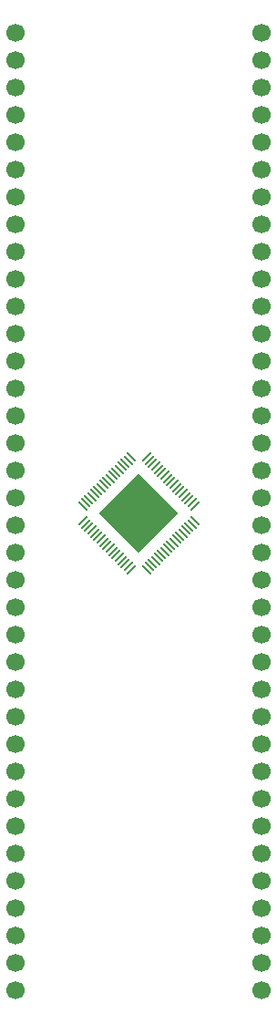
<source format=gbr>
G04 #@! TF.GenerationSoftware,KiCad,Pcbnew,9.0.6*
G04 #@! TF.CreationDate,2025-12-31T12:05:19-06:00*
G04 #@! TF.ProjectId,QFN-68_8x8,51464e2d-3638-45f3-9878-382e6b696361,rev?*
G04 #@! TF.SameCoordinates,Original*
G04 #@! TF.FileFunction,Soldermask,Top*
G04 #@! TF.FilePolarity,Negative*
%FSLAX46Y46*%
G04 Gerber Fmt 4.6, Leading zero omitted, Abs format (unit mm)*
G04 Created by KiCad (PCBNEW 9.0.6) date 2025-12-31 12:05:19*
%MOMM*%
%LPD*%
G01*
G04 APERTURE LIST*
G04 Aperture macros list*
%AMRoundRect*
0 Rectangle with rounded corners*
0 $1 Rounding radius*
0 $2 $3 $4 $5 $6 $7 $8 $9 X,Y pos of 4 corners*
0 Add a 4 corners polygon primitive as box body*
4,1,4,$2,$3,$4,$5,$6,$7,$8,$9,$2,$3,0*
0 Add four circle primitives for the rounded corners*
1,1,$1+$1,$2,$3*
1,1,$1+$1,$4,$5*
1,1,$1+$1,$6,$7*
1,1,$1+$1,$8,$9*
0 Add four rect primitives between the rounded corners*
20,1,$1+$1,$2,$3,$4,$5,0*
20,1,$1+$1,$4,$5,$6,$7,0*
20,1,$1+$1,$6,$7,$8,$9,0*
20,1,$1+$1,$8,$9,$2,$3,0*%
%AMRotRect*
0 Rectangle, with rotation*
0 The origin of the aperture is its center*
0 $1 length*
0 $2 width*
0 $3 Rotation angle, in degrees counterclockwise*
0 Add horizontal line*
21,1,$1,$2,0,0,$3*%
G04 Aperture macros list end*
%ADD10RotRect,5.200000X5.200000X315.000000*%
%ADD11RoundRect,0.050000X-0.437522X-0.366812X-0.366812X-0.437522X0.437522X0.366812X0.366812X0.437522X0*%
%ADD12RoundRect,0.050000X-0.437522X0.366812X0.366812X-0.437522X0.437522X-0.366812X-0.366812X0.437522X0*%
%ADD13C,1.700000*%
G04 APERTURE END LIST*
D10*
X138430000Y-120804679D03*
D11*
X139131096Y-115578099D03*
X139413939Y-115860942D03*
X139696782Y-116143785D03*
X139979624Y-116426627D03*
X140262467Y-116709470D03*
X140545310Y-116992313D03*
X140828153Y-117275156D03*
X141110995Y-117557998D03*
X141393838Y-117840841D03*
X141676681Y-118123684D03*
X141959523Y-118406526D03*
X142242366Y-118689369D03*
X142525209Y-118972212D03*
X142808052Y-119255055D03*
X143090894Y-119537897D03*
X143373737Y-119820740D03*
X143656580Y-120103583D03*
D12*
X143656580Y-121505775D03*
X143373737Y-121788618D03*
X143090894Y-122071461D03*
X142808052Y-122354303D03*
X142525209Y-122637146D03*
X142242366Y-122919989D03*
X141959523Y-123202832D03*
X141676681Y-123485674D03*
X141393838Y-123768517D03*
X141110995Y-124051360D03*
X140828153Y-124334202D03*
X140545310Y-124617045D03*
X140262467Y-124899888D03*
X139979624Y-125182731D03*
X139696782Y-125465573D03*
X139413939Y-125748416D03*
X139131096Y-126031259D03*
D11*
X137728904Y-126031259D03*
X137446061Y-125748416D03*
X137163218Y-125465573D03*
X136880376Y-125182731D03*
X136597533Y-124899888D03*
X136314690Y-124617045D03*
X136031847Y-124334202D03*
X135749005Y-124051360D03*
X135466162Y-123768517D03*
X135183319Y-123485674D03*
X134900477Y-123202832D03*
X134617634Y-122919989D03*
X134334791Y-122637146D03*
X134051948Y-122354303D03*
X133769106Y-122071461D03*
X133486263Y-121788618D03*
X133203420Y-121505775D03*
D12*
X133203420Y-120103583D03*
X133486263Y-119820740D03*
X133769106Y-119537897D03*
X134051948Y-119255055D03*
X134334791Y-118972212D03*
X134617634Y-118689369D03*
X134900477Y-118406526D03*
X135183319Y-118123684D03*
X135466162Y-117840841D03*
X135749005Y-117557998D03*
X136031847Y-117275156D03*
X136314690Y-116992313D03*
X136597533Y-116709470D03*
X136880376Y-116426627D03*
X137163218Y-116143785D03*
X137446061Y-115860942D03*
X137728904Y-115578099D03*
D13*
X149860000Y-76200000D03*
X149860000Y-78740000D03*
X149860000Y-81280000D03*
X149860000Y-83820000D03*
X149860000Y-86360000D03*
X149860000Y-88900000D03*
X149860000Y-91440000D03*
X149860000Y-93980000D03*
X149860000Y-96520000D03*
X149860000Y-99060000D03*
X149860000Y-101600000D03*
X149860000Y-104140000D03*
X149860000Y-106680000D03*
X149860000Y-109220000D03*
X149860000Y-111760000D03*
X149860000Y-114300000D03*
X149860000Y-116840000D03*
X149860000Y-119380000D03*
X149860000Y-121920000D03*
X149860000Y-124460000D03*
X149860000Y-127000000D03*
X149860000Y-129540000D03*
X149860000Y-132080000D03*
X149860000Y-134620000D03*
X149860000Y-137160000D03*
X149860000Y-139700000D03*
X149860000Y-142240000D03*
X149860000Y-144780000D03*
X149860000Y-147320000D03*
X149860000Y-149860000D03*
X149860000Y-152400000D03*
X149860000Y-154940000D03*
X149860000Y-157480000D03*
X149860000Y-160020000D03*
X149860000Y-162560000D03*
X149860000Y-165100000D03*
X127000000Y-76200000D03*
X127000000Y-78740000D03*
X127000000Y-81280000D03*
X127000000Y-83820000D03*
X127000000Y-86360000D03*
X127000000Y-88900000D03*
X127000000Y-91440000D03*
X127000000Y-93980000D03*
X127000000Y-96520000D03*
X127000000Y-99060000D03*
X127000000Y-101600000D03*
X127000000Y-104140000D03*
X127000000Y-106680000D03*
X127000000Y-109220000D03*
X127000000Y-111760000D03*
X127000000Y-114300000D03*
X127000000Y-116840000D03*
X127000000Y-119380000D03*
X127000000Y-121920000D03*
X127000000Y-124460000D03*
X127000000Y-127000000D03*
X127000000Y-129540000D03*
X127000000Y-132080000D03*
X127000000Y-134620000D03*
X127000000Y-137160000D03*
X127000000Y-139700000D03*
X127000000Y-142240000D03*
X127000000Y-144780000D03*
X127000000Y-147320000D03*
X127000000Y-149860000D03*
X127000000Y-152400000D03*
X127000000Y-154940000D03*
X127000000Y-157480000D03*
X127000000Y-160020000D03*
X127000000Y-162560000D03*
X127000000Y-165100000D03*
M02*

</source>
